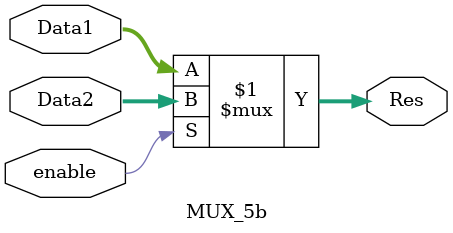
<source format=v>
`timescale 1ns / 1ps


module MUX_5b(
   input enable,  //enable=1:rd  enable=0:rt
   input [4:0]Data1, //rt [20:16]
   input [4:0]Data2, //rd [15:11]
   output [4:0] Res
   );
   
   assign Res = enable?Data2:Data1;
endmodule

</source>
